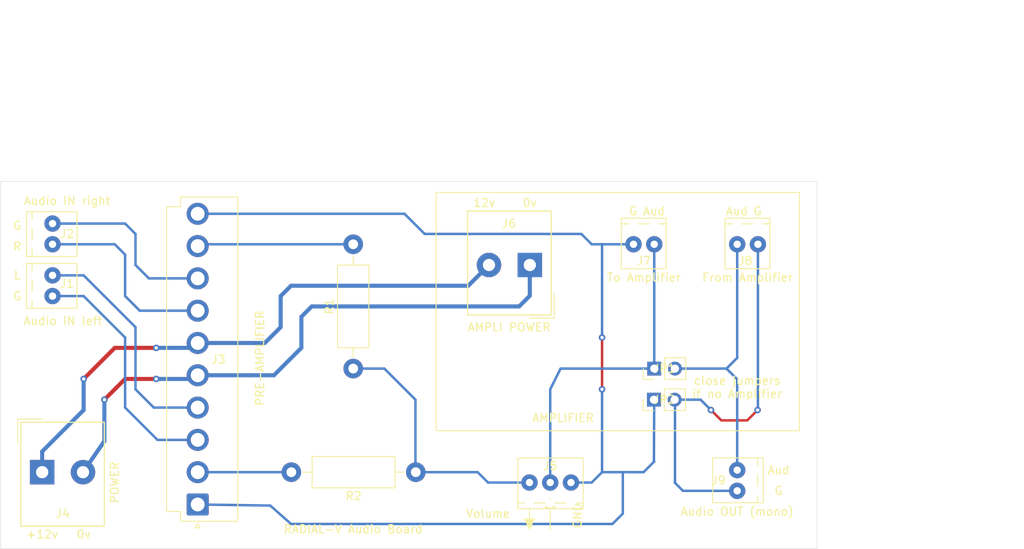
<source format=kicad_pcb>
(kicad_pcb (version 20171130) (host pcbnew "(5.1.5)-3")

  (general
    (thickness 1.6)
    (drawings 35)
    (tracks 104)
    (zones 0)
    (modules 15)
    (nets 14)
  )

  (page A4)
  (title_block
    (title "RADIAL-V : Audio Board")
    (date 2020-01-26)
    (rev 1)
    (company David)
  )

  (layers
    (0 F.Cu signal)
    (31 B.Cu signal)
    (32 B.Adhes user)
    (33 F.Adhes user)
    (34 B.Paste user)
    (35 F.Paste user)
    (36 B.SilkS user)
    (37 F.SilkS user)
    (38 B.Mask user)
    (39 F.Mask user)
    (40 Dwgs.User user)
    (41 Cmts.User user)
    (42 Eco1.User user)
    (43 Eco2.User user)
    (44 Edge.Cuts user)
    (45 Margin user)
    (46 B.CrtYd user)
    (47 F.CrtYd user)
    (48 B.Fab user)
    (49 F.Fab user hide)
  )

  (setup
    (last_trace_width 0.3)
    (trace_clearance 0.5)
    (zone_clearance 0.508)
    (zone_45_only no)
    (trace_min 0.2)
    (via_size 0.8)
    (via_drill 0.4)
    (via_min_size 0.4)
    (via_min_drill 0.3)
    (uvia_size 0.3)
    (uvia_drill 0.1)
    (uvias_allowed no)
    (uvia_min_size 0.2)
    (uvia_min_drill 0.1)
    (edge_width 0.05)
    (segment_width 0.2)
    (pcb_text_width 0.3)
    (pcb_text_size 1.5 1.5)
    (mod_edge_width 0.12)
    (mod_text_size 1 1)
    (mod_text_width 0.15)
    (pad_size 1.524 1.524)
    (pad_drill 0.762)
    (pad_to_mask_clearance 0.051)
    (solder_mask_min_width 0.25)
    (aux_axis_origin 0 0)
    (visible_elements 7FFFFFFF)
    (pcbplotparams
      (layerselection 0x010fc_ffffffff)
      (usegerberextensions false)
      (usegerberattributes false)
      (usegerberadvancedattributes false)
      (creategerberjobfile false)
      (excludeedgelayer true)
      (linewidth 0.100000)
      (plotframeref false)
      (viasonmask false)
      (mode 1)
      (useauxorigin false)
      (hpglpennumber 1)
      (hpglpenspeed 20)
      (hpglpendiameter 15.000000)
      (psnegative false)
      (psa4output false)
      (plotreference true)
      (plotvalue true)
      (plotinvisibletext false)
      (padsonsilk false)
      (subtractmaskfromsilk false)
      (outputformat 1)
      (mirror false)
      (drillshape 1)
      (scaleselection 1)
      (outputdirectory ""))
  )

  (net 0 "")
  (net 1 /GND_IN_L)
  (net 2 /IN_LEFT)
  (net 3 /GND_IN_R)
  (net 4 /IN_RIGHT)
  (net 5 /GND_MONO)
  (net 6 /OUT_RIGHT)
  (net 7 /VDD)
  (net 8 /GND)
  (net 9 /OUT_LEFT)
  (net 10 /MONO)
  (net 11 "Net-(J5-Pad2)")
  (net 12 /MONO_OUT)
  (net 13 /GND_OUT)

  (net_class Default "Ceci est la Netclass par défaut."
    (clearance 0.5)
    (trace_width 0.3)
    (via_dia 0.8)
    (via_drill 0.4)
    (uvia_dia 0.3)
    (uvia_drill 0.1)
    (add_net /GND_IN_L)
    (add_net /GND_IN_R)
    (add_net /GND_MONO)
    (add_net /GND_OUT)
    (add_net /IN_LEFT)
    (add_net /IN_RIGHT)
    (add_net /MONO)
    (add_net /MONO_OUT)
    (add_net /OUT_LEFT)
    (add_net /OUT_RIGHT)
    (add_net "Net-(J5-Pad2)")
  )

  (net_class Power ""
    (clearance 0.5)
    (trace_width 0.5)
    (via_dia 0.8)
    (via_drill 0.4)
    (uvia_dia 0.3)
    (uvia_drill 0.1)
    (add_net /GND)
    (add_net /VDD)
  )

  (module MesModules:Bloc_de_jonction_CI-MPT_2.54mm_01x03 (layer F.Cu) (tedit 5E2D496F) (tstamp 5E2D553C)
    (at 149.86 121.92 180)
    (descr "Bloc de jonction C.I., section nominale: 0,5 mm², pas: 2,54 mm, 2 pôles, Raccordement vissé avec bague")
    (path /5E2C2293)
    (fp_text reference J5 (at 2.54 2.032) (layer F.SilkS)
      (effects (font (size 1 1) (thickness 0.15)))
    )
    (fp_text value Volume (at 1.3 3.8) (layer F.Fab)
      (effects (font (size 1 1) (thickness 0.15)))
    )
    (fp_text user %R (at 1.524 -4.064) (layer F.Fab)
      (effects (font (size 1 1) (thickness 0.15)))
    )
    (fp_text user %V (at 10.16 -3.81) (layer F.SilkS)
      (effects (font (size 1 1) (thickness 0.15)))
    )
    (fp_line (start -1.5 -3.2) (end 6.5 -3.2) (layer F.SilkS) (width 0.12))
    (fp_line (start -1.5 -2.5) (end 6.5 -2.5) (layer F.SilkS) (width 0.12))
    (fp_line (start -1.5 3) (end -1.5 -3.2) (layer F.Fab) (width 0.12))
    (fp_line (start 6.5 3) (end -1.5 3) (layer F.Fab) (width 0.12))
    (fp_line (start 6.5 -3.2) (end 6.5 3) (layer F.Fab) (width 0.12))
    (fp_line (start -1.5 -3.2) (end 6.5 -3.2) (layer F.Fab) (width 0.12))
    (fp_line (start -1.5 3) (end -1.5 -3.2) (layer F.CrtYd) (width 0.12))
    (fp_line (start 6.5 3) (end -1.5 3) (layer F.CrtYd) (width 0.12))
    (fp_line (start 6.5 -3.2) (end 6.5 3) (layer F.CrtYd) (width 0.12))
    (fp_line (start -1.5 -3.2) (end 6.5 -3.2) (layer F.CrtYd) (width 0.12))
    (fp_line (start -1.5 3) (end 6.5 3) (layer F.SilkS) (width 0.12))
    (fp_line (start 6.5 3) (end 6.5 -3.2) (layer F.SilkS) (width 0.12))
    (fp_line (start -1.5 -3.2) (end -1.5 3) (layer F.SilkS) (width 0.12))
    (pad "" np_thru_hole circle (at 5.08 -2.54 180) (size 1.1 1.1) (drill 1.1) (layers *.Cu *.Mask))
    (pad 3 thru_hole circle (at 5.08 0 180) (size 2 2) (drill 0.9) (layers *.Cu *.Mask)
      (net 10 /MONO))
    (pad "" np_thru_hole circle (at 2.54 -2.54 180) (size 1.1 1.1) (drill 1.1) (layers *.Cu *.Mask))
    (pad "" np_thru_hole circle (at 0 -2.54 180) (size 1.1 1.1) (drill 1.1) (layers *.Cu *.Mask))
    (pad 2 thru_hole circle (at 2.54 0 180) (size 2 2) (drill 0.9) (layers *.Cu *.Mask)
      (net 11 "Net-(J5-Pad2)"))
    (pad 1 thru_hole circle (at 0 0 180) (size 2 2) (drill 0.9) (layers *.Cu *.Mask)
      (net 5 /GND_MONO))
    (model "D:/My Projects/Programmes/Kicad-Library/packages3d/MesModules.3dshapes/pxc_1725669_05_MPT-0-5-3-2-54_3D.stp"
      (offset (xyz -1.5 3 0))
      (scale (xyz 1 1 1))
      (rotate (xyz -90 0 90))
    )
  )

  (module MountingHole:MountingHole_3.2mm_M3 (layer F.Cu) (tedit 56D1B4CB) (tstamp 5E2DA020)
    (at 140 110)
    (descr "Mounting Hole 3.2mm, no annular, M3")
    (tags "mounting hole 3.2mm no annular m3")
    (path /5E2D8A0D)
    (attr virtual)
    (fp_text reference H2 (at 0 -0.78) (layer F.SilkS)
      (effects (font (size 1 1) (thickness 0.15)))
    )
    (fp_text value MountingHole (at 0 4.2) (layer F.Fab)
      (effects (font (size 1 1) (thickness 0.15)))
    )
    (fp_circle (center 0 0) (end 3.45 0) (layer F.CrtYd) (width 0.05))
    (fp_circle (center 0 0) (end 3.2 0) (layer Cmts.User) (width 0.15))
    (fp_text user %R (at 0.3 0) (layer F.Fab)
      (effects (font (size 1 1) (thickness 0.15)))
    )
    (pad 1 np_thru_hole circle (at 0 0) (size 3.2 3.2) (drill 3.2) (layers *.Cu *.Mask))
  )

  (module MountingHole:MountingHole_3.2mm_M3 (layer F.Cu) (tedit 56D1B4CB) (tstamp 5E2DA018)
    (at 85 110)
    (descr "Mounting Hole 3.2mm, no annular, M3")
    (tags "mounting hole 3.2mm no annular m3")
    (path /5E2D8C12)
    (attr virtual)
    (fp_text reference H1 (at 0 0) (layer F.SilkS)
      (effects (font (size 1 1) (thickness 0.15)))
    )
    (fp_text value MountingHole (at 0 4.2) (layer F.Fab)
      (effects (font (size 1 1) (thickness 0.15)))
    )
    (fp_circle (center 0 0) (end 3.45 0) (layer F.CrtYd) (width 0.05))
    (fp_circle (center 0 0) (end 3.2 0) (layer Cmts.User) (width 0.15))
    (fp_text user %R (at 0.3 0) (layer F.Fab)
      (effects (font (size 1 1) (thickness 0.15)))
    )
    (pad 1 np_thru_hole circle (at 0 0) (size 3.2 3.2) (drill 3.2) (layers *.Cu *.Mask))
  )

  (module MesModules:Bloc_de_jonction_CI-MPT_2.54mm_01x02 (layer F.Cu) (tedit 5E2CCC6F) (tstamp 5E2C7317)
    (at 170.22 120.396 270)
    (descr "Bloc de jonction C.I., section nominale: 0,5 mm², pas: 2,54 mm, 2 pôles, Raccordement vissé avec bague")
    (path /5E2C053A)
    (fp_text reference J9 (at 1.27 2.286 180) (layer F.SilkS)
      (effects (font (size 1 1) (thickness 0.15)))
    )
    (fp_text value "Audio OUT (mono)" (at 1.3 3.8 90) (layer F.Fab)
      (effects (font (size 1 1) (thickness 0.15)))
    )
    (fp_text user %R (at 1.524 -4.064 90) (layer F.Fab)
      (effects (font (size 1 1) (thickness 0.15)))
    )
    (fp_text user %V (at 5.08 0 180) (layer F.SilkS)
      (effects (font (size 1 1) (thickness 0.15)))
    )
    (fp_line (start 4 -3.2) (end 4 -3) (layer F.SilkS) (width 0.12))
    (fp_line (start -1.5 -3.2) (end 4 -3.2) (layer F.SilkS) (width 0.12))
    (fp_line (start -1.5 -3) (end -1.5 -3.2) (layer F.SilkS) (width 0.12))
    (fp_line (start -1.5 -2.5) (end 4 -2.5) (layer F.SilkS) (width 0.12))
    (fp_line (start -1.5 3) (end -1.5 -3.2) (layer F.Fab) (width 0.12))
    (fp_line (start 4 3) (end -1.5 3) (layer F.Fab) (width 0.12))
    (fp_line (start 4 -3.2) (end 4 3) (layer F.Fab) (width 0.12))
    (fp_line (start -1.5 -3.2) (end 4 -3.2) (layer F.Fab) (width 0.12))
    (fp_line (start -1.5 3) (end -1.5 -3.2) (layer F.CrtYd) (width 0.12))
    (fp_line (start 4 3) (end -1.5 3) (layer F.CrtYd) (width 0.12))
    (fp_line (start 4 -3.2) (end 4 3) (layer F.CrtYd) (width 0.12))
    (fp_line (start -1.5 -3.2) (end 4 -3.2) (layer F.CrtYd) (width 0.12))
    (fp_line (start 4 3) (end 4 2) (layer F.SilkS) (width 0.12))
    (fp_line (start -1.5 3) (end 4 3) (layer F.SilkS) (width 0.12))
    (fp_line (start -1.5 2) (end -1.5 3) (layer F.SilkS) (width 0.12))
    (fp_line (start 4 -3) (end 4 -2) (layer F.SilkS) (width 0.12))
    (fp_line (start -1.5 -2) (end -1.5 -3) (layer F.SilkS) (width 0.12))
    (fp_line (start -1.5 -2) (end -1.5 0) (layer F.SilkS) (width 0.12))
    (fp_line (start 4 2) (end 4 -2) (layer F.SilkS) (width 0.12))
    (fp_line (start -1.5 0) (end -1.5 2) (layer F.SilkS) (width 0.12))
    (pad "" np_thru_hole circle (at 2.54 -2.54 270) (size 1.1 1.1) (drill 1.1) (layers *.Cu *.Mask))
    (pad "" np_thru_hole circle (at 0 -2.54 270) (size 1.1 1.1) (drill 1.1) (layers *.Cu *.Mask))
    (pad 2 thru_hole circle (at 2.54 0 270) (size 2 2) (drill 0.9) (layers *.Cu *.Mask)
      (net 13 /GND_OUT))
    (pad 1 thru_hole circle (at 0 0 270) (size 2 2) (drill 0.9) (layers *.Cu *.Mask)
      (net 12 /MONO_OUT))
    (model "D:/My Projects/Programmes/Kicad-Library/packages3d/MesModules.3dshapes/Bloc_de_Jonction_05_MPT-0-5-2-2-54_3D.stp"
      (offset (xyz -1.5 3.1 0))
      (scale (xyz 1 1 1))
      (rotate (xyz -90 0 90))
    )
  )

  (module MesModules:Bloc_de_jonction_CI-MPT_2.54mm_01x02 (layer F.Cu) (tedit 5E2CCC6F) (tstamp 5E2D52DA)
    (at 170.22 92.71)
    (descr "Bloc de jonction C.I., section nominale: 0,5 mm², pas: 2,54 mm, 2 pôles, Raccordement vissé avec bague")
    (path /5E2C1A78)
    (fp_text reference J8 (at 1.016 2.032) (layer F.SilkS)
      (effects (font (size 1 1) (thickness 0.15)))
    )
    (fp_text value "From Amplifier" (at 1.3 3.8) (layer F.Fab)
      (effects (font (size 1 1) (thickness 0.15)))
    )
    (fp_text user %R (at 1.524 -4.064) (layer F.Fab)
      (effects (font (size 1 1) (thickness 0.15)))
    )
    (fp_text user %V (at 1.27 4.064) (layer F.SilkS)
      (effects (font (size 1 1) (thickness 0.15)))
    )
    (fp_line (start 4 -3.2) (end 4 -3) (layer F.SilkS) (width 0.12))
    (fp_line (start -1.5 -3.2) (end 4 -3.2) (layer F.SilkS) (width 0.12))
    (fp_line (start -1.5 -3) (end -1.5 -3.2) (layer F.SilkS) (width 0.12))
    (fp_line (start -1.5 -2.5) (end 4 -2.5) (layer F.SilkS) (width 0.12))
    (fp_line (start -1.5 3) (end -1.5 -3.2) (layer F.Fab) (width 0.12))
    (fp_line (start 4 3) (end -1.5 3) (layer F.Fab) (width 0.12))
    (fp_line (start 4 -3.2) (end 4 3) (layer F.Fab) (width 0.12))
    (fp_line (start -1.5 -3.2) (end 4 -3.2) (layer F.Fab) (width 0.12))
    (fp_line (start -1.5 3) (end -1.5 -3.2) (layer F.CrtYd) (width 0.12))
    (fp_line (start 4 3) (end -1.5 3) (layer F.CrtYd) (width 0.12))
    (fp_line (start 4 -3.2) (end 4 3) (layer F.CrtYd) (width 0.12))
    (fp_line (start -1.5 -3.2) (end 4 -3.2) (layer F.CrtYd) (width 0.12))
    (fp_line (start 4 3) (end 4 2) (layer F.SilkS) (width 0.12))
    (fp_line (start -1.5 3) (end 4 3) (layer F.SilkS) (width 0.12))
    (fp_line (start -1.5 2) (end -1.5 3) (layer F.SilkS) (width 0.12))
    (fp_line (start 4 -3) (end 4 -2) (layer F.SilkS) (width 0.12))
    (fp_line (start -1.5 -2) (end -1.5 -3) (layer F.SilkS) (width 0.12))
    (fp_line (start -1.5 -2) (end -1.5 0) (layer F.SilkS) (width 0.12))
    (fp_line (start 4 2) (end 4 -2) (layer F.SilkS) (width 0.12))
    (fp_line (start -1.5 0) (end -1.5 2) (layer F.SilkS) (width 0.12))
    (pad "" np_thru_hole circle (at 2.54 -2.54) (size 1.1 1.1) (drill 1.1) (layers *.Cu *.Mask))
    (pad "" np_thru_hole circle (at 0 -2.54) (size 1.1 1.1) (drill 1.1) (layers *.Cu *.Mask))
    (pad 2 thru_hole circle (at 2.54 0) (size 2 2) (drill 0.9) (layers *.Cu *.Mask)
      (net 13 /GND_OUT))
    (pad 1 thru_hole circle (at 0 0) (size 2 2) (drill 0.9) (layers *.Cu *.Mask)
      (net 12 /MONO_OUT))
    (model "D:/My Projects/Programmes/Kicad-Library/packages3d/MesModules.3dshapes/Bloc_de_Jonction_05_MPT-0-5-2-2-54_3D.stp"
      (offset (xyz -1.5 3.1 0))
      (scale (xyz 1 1 1))
      (rotate (xyz -90 0 90))
    )
  )

  (module MesModules:Bloc_de_jonction_CI-MPT_2.54mm_01x02 (layer F.Cu) (tedit 5E2CCC6F) (tstamp 5E2D5283)
    (at 157.52 92.71)
    (descr "Bloc de jonction C.I., section nominale: 0,5 mm², pas: 2,54 mm, 2 pôles, Raccordement vissé avec bague")
    (path /5E2C10EE)
    (fp_text reference J7 (at 1.27 2.032) (layer F.SilkS)
      (effects (font (size 1 1) (thickness 0.15)))
    )
    (fp_text value "To Amplifier" (at 1.3 3.8) (layer F.Fab)
      (effects (font (size 1 1) (thickness 0.15)))
    )
    (fp_text user %R (at 1.524 -4.064) (layer F.Fab)
      (effects (font (size 1 1) (thickness 0.15)))
    )
    (fp_text user %V (at 1.27 4.064) (layer F.SilkS)
      (effects (font (size 1 1) (thickness 0.15)))
    )
    (fp_line (start 4 -3.2) (end 4 -3) (layer F.SilkS) (width 0.12))
    (fp_line (start -1.5 -3.2) (end 4 -3.2) (layer F.SilkS) (width 0.12))
    (fp_line (start -1.5 -3) (end -1.5 -3.2) (layer F.SilkS) (width 0.12))
    (fp_line (start -1.5 -2.5) (end 4 -2.5) (layer F.SilkS) (width 0.12))
    (fp_line (start -1.5 3) (end -1.5 -3.2) (layer F.Fab) (width 0.12))
    (fp_line (start 4 3) (end -1.5 3) (layer F.Fab) (width 0.12))
    (fp_line (start 4 -3.2) (end 4 3) (layer F.Fab) (width 0.12))
    (fp_line (start -1.5 -3.2) (end 4 -3.2) (layer F.Fab) (width 0.12))
    (fp_line (start -1.5 3) (end -1.5 -3.2) (layer F.CrtYd) (width 0.12))
    (fp_line (start 4 3) (end -1.5 3) (layer F.CrtYd) (width 0.12))
    (fp_line (start 4 -3.2) (end 4 3) (layer F.CrtYd) (width 0.12))
    (fp_line (start -1.5 -3.2) (end 4 -3.2) (layer F.CrtYd) (width 0.12))
    (fp_line (start 4 3) (end 4 2) (layer F.SilkS) (width 0.12))
    (fp_line (start -1.5 3) (end 4 3) (layer F.SilkS) (width 0.12))
    (fp_line (start -1.5 2) (end -1.5 3) (layer F.SilkS) (width 0.12))
    (fp_line (start 4 -3) (end 4 -2) (layer F.SilkS) (width 0.12))
    (fp_line (start -1.5 -2) (end -1.5 -3) (layer F.SilkS) (width 0.12))
    (fp_line (start -1.5 -2) (end -1.5 0) (layer F.SilkS) (width 0.12))
    (fp_line (start 4 2) (end 4 -2) (layer F.SilkS) (width 0.12))
    (fp_line (start -1.5 0) (end -1.5 2) (layer F.SilkS) (width 0.12))
    (pad "" np_thru_hole circle (at 2.54 -2.54) (size 1.1 1.1) (drill 1.1) (layers *.Cu *.Mask))
    (pad "" np_thru_hole circle (at 0 -2.54) (size 1.1 1.1) (drill 1.1) (layers *.Cu *.Mask))
    (pad 2 thru_hole circle (at 2.54 0) (size 2 2) (drill 0.9) (layers *.Cu *.Mask)
      (net 11 "Net-(J5-Pad2)"))
    (pad 1 thru_hole circle (at 0 0) (size 2 2) (drill 0.9) (layers *.Cu *.Mask)
      (net 5 /GND_MONO))
    (model "D:/My Projects/Programmes/Kicad-Library/packages3d/MesModules.3dshapes/Bloc_de_Jonction_05_MPT-0-5-2-2-54_3D.stp"
      (offset (xyz -1.5 3.1 0))
      (scale (xyz 1 1 1))
      (rotate (xyz -90 0 90))
    )
  )

  (module MesModules:Bloc_de_jonction_CI-MPT_2.54mm_01x02 (layer F.Cu) (tedit 5E2CCC6F) (tstamp 5E2D4C5B)
    (at 86.36 92.71 90)
    (descr "Bloc de jonction C.I., section nominale: 0,5 mm², pas: 2,54 mm, 2 pôles, Raccordement vissé avec bague")
    (path /5E31D43A)
    (fp_text reference J2 (at 1.27 1.778 180) (layer F.SilkS)
      (effects (font (size 1 1) (thickness 0.15)))
    )
    (fp_text value "Audio IN right" (at 1.3 3.8 90) (layer F.Fab)
      (effects (font (size 1 1) (thickness 0.15)))
    )
    (fp_text user %R (at 1.524 -4.064 90) (layer F.Fab)
      (effects (font (size 1 1) (thickness 0.15)))
    )
    (fp_text user %V (at 5.334 1.778 180) (layer F.SilkS)
      (effects (font (size 1 1) (thickness 0.15)))
    )
    (fp_line (start 4 -3.2) (end 4 -3) (layer F.SilkS) (width 0.12))
    (fp_line (start -1.5 -3.2) (end 4 -3.2) (layer F.SilkS) (width 0.12))
    (fp_line (start -1.5 -3) (end -1.5 -3.2) (layer F.SilkS) (width 0.12))
    (fp_line (start -1.5 -2.5) (end 4 -2.5) (layer F.SilkS) (width 0.12))
    (fp_line (start -1.5 3) (end -1.5 -3.2) (layer F.Fab) (width 0.12))
    (fp_line (start 4 3) (end -1.5 3) (layer F.Fab) (width 0.12))
    (fp_line (start 4 -3.2) (end 4 3) (layer F.Fab) (width 0.12))
    (fp_line (start -1.5 -3.2) (end 4 -3.2) (layer F.Fab) (width 0.12))
    (fp_line (start -1.5 3) (end -1.5 -3.2) (layer F.CrtYd) (width 0.12))
    (fp_line (start 4 3) (end -1.5 3) (layer F.CrtYd) (width 0.12))
    (fp_line (start 4 -3.2) (end 4 3) (layer F.CrtYd) (width 0.12))
    (fp_line (start -1.5 -3.2) (end 4 -3.2) (layer F.CrtYd) (width 0.12))
    (fp_line (start 4 3) (end 4 2) (layer F.SilkS) (width 0.12))
    (fp_line (start -1.5 3) (end 4 3) (layer F.SilkS) (width 0.12))
    (fp_line (start -1.5 2) (end -1.5 3) (layer F.SilkS) (width 0.12))
    (fp_line (start 4 -3) (end 4 -2) (layer F.SilkS) (width 0.12))
    (fp_line (start -1.5 -2) (end -1.5 -3) (layer F.SilkS) (width 0.12))
    (fp_line (start -1.5 -2) (end -1.5 0) (layer F.SilkS) (width 0.12))
    (fp_line (start 4 2) (end 4 -2) (layer F.SilkS) (width 0.12))
    (fp_line (start -1.5 0) (end -1.5 2) (layer F.SilkS) (width 0.12))
    (pad "" np_thru_hole circle (at 2.54 -2.54 90) (size 1.1 1.1) (drill 1.1) (layers *.Cu *.Mask))
    (pad "" np_thru_hole circle (at 0 -2.54 90) (size 1.1 1.1) (drill 1.1) (layers *.Cu *.Mask))
    (pad 2 thru_hole circle (at 2.54 0 90) (size 2 2) (drill 0.9) (layers *.Cu *.Mask)
      (net 3 /GND_IN_R))
    (pad 1 thru_hole circle (at 0 0 90) (size 2 2) (drill 0.9) (layers *.Cu *.Mask)
      (net 4 /IN_RIGHT))
    (model "D:/My Projects/Programmes/Kicad-Library/packages3d/MesModules.3dshapes/Bloc_de_Jonction_05_MPT-0-5-2-2-54_3D.stp"
      (offset (xyz -1.5 3.1 0))
      (scale (xyz 1 1 1))
      (rotate (xyz -90 0 90))
    )
  )

  (module MesModules:Bloc_de_jonction_CI-MPT_2.54mm_01x02 (layer F.Cu) (tedit 5E2CCC6F) (tstamp 5E2D4CB2)
    (at 86.36 99.06 90)
    (descr "Bloc de jonction C.I., section nominale: 0,5 mm², pas: 2,54 mm, 2 pôles, Raccordement vissé avec bague")
    (path /5E31CB8C)
    (fp_text reference J1 (at 1.524 1.778 180) (layer F.SilkS)
      (effects (font (size 1 1) (thickness 0.15)))
    )
    (fp_text value "Audio IN left" (at 1.3 3.8 90) (layer F.Fab)
      (effects (font (size 1 1) (thickness 0.15)))
    )
    (fp_text user %R (at 1.524 -4.064 90) (layer F.Fab)
      (effects (font (size 1 1) (thickness 0.15)))
    )
    (fp_text user %V (at -3.048 1.27 180) (layer F.SilkS)
      (effects (font (size 1 1) (thickness 0.15)))
    )
    (fp_line (start 4 -3.2) (end 4 -3) (layer F.SilkS) (width 0.12))
    (fp_line (start -1.5 -3.2) (end 4 -3.2) (layer F.SilkS) (width 0.12))
    (fp_line (start -1.5 -3) (end -1.5 -3.2) (layer F.SilkS) (width 0.12))
    (fp_line (start -1.5 -2.5) (end 4 -2.5) (layer F.SilkS) (width 0.12))
    (fp_line (start -1.5 3) (end -1.5 -3.2) (layer F.Fab) (width 0.12))
    (fp_line (start 4 3) (end -1.5 3) (layer F.Fab) (width 0.12))
    (fp_line (start 4 -3.2) (end 4 3) (layer F.Fab) (width 0.12))
    (fp_line (start -1.5 -3.2) (end 4 -3.2) (layer F.Fab) (width 0.12))
    (fp_line (start -1.5 3) (end -1.5 -3.2) (layer F.CrtYd) (width 0.12))
    (fp_line (start 4 3) (end -1.5 3) (layer F.CrtYd) (width 0.12))
    (fp_line (start 4 -3.2) (end 4 3) (layer F.CrtYd) (width 0.12))
    (fp_line (start -1.5 -3.2) (end 4 -3.2) (layer F.CrtYd) (width 0.12))
    (fp_line (start 4 3) (end 4 2) (layer F.SilkS) (width 0.12))
    (fp_line (start -1.5 3) (end 4 3) (layer F.SilkS) (width 0.12))
    (fp_line (start -1.5 2) (end -1.5 3) (layer F.SilkS) (width 0.12))
    (fp_line (start 4 -3) (end 4 -2) (layer F.SilkS) (width 0.12))
    (fp_line (start -1.5 -2) (end -1.5 -3) (layer F.SilkS) (width 0.12))
    (fp_line (start -1.5 -2) (end -1.5 0) (layer F.SilkS) (width 0.12))
    (fp_line (start 4 2) (end 4 -2) (layer F.SilkS) (width 0.12))
    (fp_line (start -1.5 0) (end -1.5 2) (layer F.SilkS) (width 0.12))
    (pad "" np_thru_hole circle (at 2.54 -2.54 90) (size 1.1 1.1) (drill 1.1) (layers *.Cu *.Mask))
    (pad "" np_thru_hole circle (at 0 -2.54 90) (size 1.1 1.1) (drill 1.1) (layers *.Cu *.Mask))
    (pad 2 thru_hole circle (at 2.54 0 90) (size 2 2) (drill 0.9) (layers *.Cu *.Mask)
      (net 2 /IN_LEFT))
    (pad 1 thru_hole circle (at 0 0 90) (size 2 2) (drill 0.9) (layers *.Cu *.Mask)
      (net 1 /GND_IN_L))
    (model "D:/My Projects/Programmes/Kicad-Library/packages3d/MesModules.3dshapes/Bloc_de_Jonction_05_MPT-0-5-2-2-54_3D.stp"
      (offset (xyz -1.5 3.1 0))
      (scale (xyz 1 1 1))
      (rotate (xyz -90 0 90))
    )
  )

  (module Resistor_THT:R_Axial_DIN0411_L9.9mm_D3.6mm_P15.24mm_Horizontal (layer F.Cu) (tedit 5AE5139B) (tstamp 5E2C7371)
    (at 130.85 120.65 180)
    (descr "Resistor, Axial_DIN0411 series, Axial, Horizontal, pin pitch=15.24mm, 1W, length*diameter=9.9*3.6mm^2")
    (tags "Resistor Axial_DIN0411 series Axial Horizontal pin pitch 15.24mm 1W length 9.9mm diameter 3.6mm")
    (path /5E2D279A)
    (fp_text reference R2 (at 7.62 -2.92) (layer F.SilkS)
      (effects (font (size 1 1) (thickness 0.15)))
    )
    (fp_text value 10k (at 7.62 2.92) (layer F.Fab)
      (effects (font (size 1 1) (thickness 0.15)))
    )
    (fp_text user %R (at 7.62 0) (layer F.Fab)
      (effects (font (size 1 1) (thickness 0.15)))
    )
    (fp_line (start 16.69 -2.05) (end -1.45 -2.05) (layer F.CrtYd) (width 0.05))
    (fp_line (start 16.69 2.05) (end 16.69 -2.05) (layer F.CrtYd) (width 0.05))
    (fp_line (start -1.45 2.05) (end 16.69 2.05) (layer F.CrtYd) (width 0.05))
    (fp_line (start -1.45 -2.05) (end -1.45 2.05) (layer F.CrtYd) (width 0.05))
    (fp_line (start 13.8 0) (end 12.69 0) (layer F.SilkS) (width 0.12))
    (fp_line (start 1.44 0) (end 2.55 0) (layer F.SilkS) (width 0.12))
    (fp_line (start 12.69 -1.92) (end 2.55 -1.92) (layer F.SilkS) (width 0.12))
    (fp_line (start 12.69 1.92) (end 12.69 -1.92) (layer F.SilkS) (width 0.12))
    (fp_line (start 2.55 1.92) (end 12.69 1.92) (layer F.SilkS) (width 0.12))
    (fp_line (start 2.55 -1.92) (end 2.55 1.92) (layer F.SilkS) (width 0.12))
    (fp_line (start 15.24 0) (end 12.57 0) (layer F.Fab) (width 0.1))
    (fp_line (start 0 0) (end 2.67 0) (layer F.Fab) (width 0.1))
    (fp_line (start 12.57 -1.8) (end 2.67 -1.8) (layer F.Fab) (width 0.1))
    (fp_line (start 12.57 1.8) (end 12.57 -1.8) (layer F.Fab) (width 0.1))
    (fp_line (start 2.67 1.8) (end 12.57 1.8) (layer F.Fab) (width 0.1))
    (fp_line (start 2.67 -1.8) (end 2.67 1.8) (layer F.Fab) (width 0.1))
    (pad 2 thru_hole oval (at 15.24 0 180) (size 2.4 2.4) (drill 1.2) (layers *.Cu *.Mask)
      (net 9 /OUT_LEFT))
    (pad 1 thru_hole circle (at 0 0 180) (size 2.4 2.4) (drill 1.2) (layers *.Cu *.Mask)
      (net 10 /MONO))
    (model ${KISYS3DMOD}/Resistor_THT.3dshapes/R_Axial_DIN0411_L9.9mm_D3.6mm_P15.24mm_Horizontal.wrl
      (at (xyz 0 0 0))
      (scale (xyz 1 1 1))
      (rotate (xyz 0 0 0))
    )
  )

  (module Resistor_THT:R_Axial_DIN0411_L9.9mm_D3.6mm_P15.24mm_Horizontal (layer F.Cu) (tedit 5AE5139B) (tstamp 5E2C735A)
    (at 123.19 107.95 90)
    (descr "Resistor, Axial_DIN0411 series, Axial, Horizontal, pin pitch=15.24mm, 1W, length*diameter=9.9*3.6mm^2")
    (tags "Resistor Axial_DIN0411 series Axial Horizontal pin pitch 15.24mm 1W length 9.9mm diameter 3.6mm")
    (path /5E2D21B0)
    (fp_text reference R1 (at 7.62 -2.92 90) (layer F.SilkS)
      (effects (font (size 1 1) (thickness 0.15)))
    )
    (fp_text value 10k (at 7.62 2.92 90) (layer F.Fab)
      (effects (font (size 1 1) (thickness 0.15)))
    )
    (fp_text user %R (at 7.62 0 90) (layer F.Fab)
      (effects (font (size 1 1) (thickness 0.15)))
    )
    (fp_line (start 16.69 -2.05) (end -1.45 -2.05) (layer F.CrtYd) (width 0.05))
    (fp_line (start 16.69 2.05) (end 16.69 -2.05) (layer F.CrtYd) (width 0.05))
    (fp_line (start -1.45 2.05) (end 16.69 2.05) (layer F.CrtYd) (width 0.05))
    (fp_line (start -1.45 -2.05) (end -1.45 2.05) (layer F.CrtYd) (width 0.05))
    (fp_line (start 13.8 0) (end 12.69 0) (layer F.SilkS) (width 0.12))
    (fp_line (start 1.44 0) (end 2.55 0) (layer F.SilkS) (width 0.12))
    (fp_line (start 12.69 -1.92) (end 2.55 -1.92) (layer F.SilkS) (width 0.12))
    (fp_line (start 12.69 1.92) (end 12.69 -1.92) (layer F.SilkS) (width 0.12))
    (fp_line (start 2.55 1.92) (end 12.69 1.92) (layer F.SilkS) (width 0.12))
    (fp_line (start 2.55 -1.92) (end 2.55 1.92) (layer F.SilkS) (width 0.12))
    (fp_line (start 15.24 0) (end 12.57 0) (layer F.Fab) (width 0.1))
    (fp_line (start 0 0) (end 2.67 0) (layer F.Fab) (width 0.1))
    (fp_line (start 12.57 -1.8) (end 2.67 -1.8) (layer F.Fab) (width 0.1))
    (fp_line (start 12.57 1.8) (end 12.57 -1.8) (layer F.Fab) (width 0.1))
    (fp_line (start 2.67 1.8) (end 12.57 1.8) (layer F.Fab) (width 0.1))
    (fp_line (start 2.67 -1.8) (end 2.67 1.8) (layer F.Fab) (width 0.1))
    (pad 2 thru_hole oval (at 15.24 0 90) (size 2.4 2.4) (drill 1.2) (layers *.Cu *.Mask)
      (net 6 /OUT_RIGHT))
    (pad 1 thru_hole circle (at 0 0 90) (size 2.4 2.4) (drill 1.2) (layers *.Cu *.Mask)
      (net 10 /MONO))
    (model ${KISYS3DMOD}/Resistor_THT.3dshapes/R_Axial_DIN0411_L9.9mm_D3.6mm_P15.24mm_Horizontal.wrl
      (at (xyz 0 0 0))
      (scale (xyz 1 1 1))
      (rotate (xyz 0 0 0))
    )
  )

  (module Connector_JST:JST_VH_B10P-VH-B_1x10_P3.96mm_Vertical (layer F.Cu) (tedit 5D12549C) (tstamp 5E2C7250)
    (at 104.14 124.61 90)
    (descr "JST VH PBT series connector, B10P-VH-B (http://www.jst-mfg.com/product/pdf/eng/eVH.pdf), generated with kicad-footprint-generator")
    (tags "connector JST VH vertical")
    (path /5E2B90E2)
    (fp_text reference J3 (at 17.78 2.54 180) (layer F.SilkS)
      (effects (font (size 1 1) (thickness 0.15)))
    )
    (fp_text value "Slot PreAmplifier" (at 17.82 6 90) (layer F.Fab)
      (effects (font (size 1 1) (thickness 0.15)))
    )
    (fp_text user %R (at 17.82 2.54 180) (layer F.Fab)
      (effects (font (size 1 1) (thickness 0.15)))
    )
    (fp_line (start -2.86 -0.3) (end -2.26 0) (layer F.SilkS) (width 0.12))
    (fp_line (start -2.86 0.3) (end -2.86 -0.3) (layer F.SilkS) (width 0.12))
    (fp_line (start -2.26 0) (end -2.86 0.3) (layer F.SilkS) (width 0.12))
    (fp_line (start 37.7 4.91) (end -2.06 4.91) (layer F.SilkS) (width 0.12))
    (fp_line (start 37.7 -2.11) (end 37.7 4.91) (layer F.SilkS) (width 0.12))
    (fp_line (start 36.5 -2.11) (end 37.7 -2.11) (layer F.SilkS) (width 0.12))
    (fp_line (start 36.5 -3.81) (end 36.5 -2.11) (layer F.SilkS) (width 0.12))
    (fp_line (start -0.86 -3.81) (end 36.5 -3.81) (layer F.SilkS) (width 0.12))
    (fp_line (start -0.86 -2.11) (end -0.86 -3.81) (layer F.SilkS) (width 0.12))
    (fp_line (start -2.06 -2.11) (end -0.86 -2.11) (layer F.SilkS) (width 0.12))
    (fp_line (start -2.06 4.91) (end -2.06 -2.11) (layer F.SilkS) (width 0.12))
    (fp_line (start 38.09 -4.2) (end -2.45 -4.2) (layer F.CrtYd) (width 0.05))
    (fp_line (start 38.09 5.3) (end 38.09 -4.2) (layer F.CrtYd) (width 0.05))
    (fp_line (start -2.45 5.3) (end 38.09 5.3) (layer F.CrtYd) (width 0.05))
    (fp_line (start -2.45 -4.2) (end -2.45 5.3) (layer F.CrtYd) (width 0.05))
    (fp_line (start -1.95 1) (end -0.95 0) (layer F.Fab) (width 0.1))
    (fp_line (start -1.95 -1) (end -0.95 0) (layer F.Fab) (width 0.1))
    (fp_line (start 36.39 -3.7) (end 36.39 -2) (layer F.Fab) (width 0.1))
    (fp_line (start -0.75 -3.7) (end 36.39 -3.7) (layer F.Fab) (width 0.1))
    (fp_line (start -0.75 -2) (end -0.75 -3.7) (layer F.Fab) (width 0.1))
    (fp_line (start 37.59 -2) (end -1.95 -2) (layer F.Fab) (width 0.1))
    (fp_line (start 37.59 4.8) (end 37.59 -2) (layer F.Fab) (width 0.1))
    (fp_line (start -1.95 4.8) (end 37.59 4.8) (layer F.Fab) (width 0.1))
    (fp_line (start -1.95 -2) (end -1.95 4.8) (layer F.Fab) (width 0.1))
    (pad 10 thru_hole circle (at 35.64 0 90) (size 2.7 2.7) (drill 1.7) (layers *.Cu *.Mask)
      (net 5 /GND_MONO))
    (pad 9 thru_hole circle (at 31.68 0 90) (size 2.7 2.7) (drill 1.7) (layers *.Cu *.Mask)
      (net 6 /OUT_RIGHT))
    (pad 8 thru_hole circle (at 27.72 0 90) (size 2.7 2.7) (drill 1.7) (layers *.Cu *.Mask)
      (net 3 /GND_IN_R))
    (pad 7 thru_hole circle (at 23.76 0 90) (size 2.7 2.7) (drill 1.7) (layers *.Cu *.Mask)
      (net 4 /IN_RIGHT))
    (pad 6 thru_hole circle (at 19.8 0 90) (size 2.7 2.7) (drill 1.7) (layers *.Cu *.Mask)
      (net 7 /VDD))
    (pad 5 thru_hole circle (at 15.84 0 90) (size 2.7 2.7) (drill 1.7) (layers *.Cu *.Mask)
      (net 8 /GND))
    (pad 4 thru_hole circle (at 11.88 0 90) (size 2.7 2.7) (drill 1.7) (layers *.Cu *.Mask)
      (net 2 /IN_LEFT))
    (pad 3 thru_hole circle (at 7.92 0 90) (size 2.7 2.7) (drill 1.7) (layers *.Cu *.Mask)
      (net 1 /GND_IN_L))
    (pad 2 thru_hole circle (at 3.96 0 90) (size 2.7 2.7) (drill 1.7) (layers *.Cu *.Mask)
      (net 9 /OUT_LEFT))
    (pad 1 thru_hole roundrect (at 0 0 90) (size 2.7 2.7) (drill 1.7) (layers *.Cu *.Mask) (roundrect_rratio 0.09259299999999999)
      (net 5 /GND_MONO))
    (model ${KISYS3DMOD}/Connector_JST.3dshapes/JST_VH_B10P-VH-B_1x10_P3.96mm_Vertical.wrl
      (at (xyz 0 0 0))
      (scale (xyz 1 1 1))
      (rotate (xyz 0 0 0))
    )
  )

  (module TerminalBlock_Altech:Altech_AK300_1x02_P5.00mm_45-Degree (layer F.Cu) (tedit 5C27907F) (tstamp 5E2D532D)
    (at 144.82 95.25 180)
    (descr "Altech AK300 serie terminal block (Script generated with StandardBox.py) (http://www.altechcorp.com/PDFS/PCBMETRC.PDF)")
    (tags "Altech AK300 serie connector")
    (path /5E2E0C5B)
    (fp_text reference J6 (at 2.54 5.08) (layer F.SilkS)
      (effects (font (size 1 1) (thickness 0.15)))
    )
    (fp_text value "Alim Ampli" (at 2.5 7.5) (layer F.Fab)
      (effects (font (size 1 1) (thickness 0.15)))
    )
    (fp_text user %R (at 2.5 5.08) (layer F.Fab)
      (effects (font (size 1 1) (thickness 0.15)))
    )
    (fp_line (start -2.75 -6.25) (end -2.75 6.75) (layer F.CrtYd) (width 0.05))
    (fp_line (start -2.75 6.75) (end 7.75 6.75) (layer F.CrtYd) (width 0.05))
    (fp_line (start 7.75 -6.25) (end 7.75 6.75) (layer F.CrtYd) (width 0.05))
    (fp_line (start -2.75 -6.25) (end 7.75 -6.25) (layer F.CrtYd) (width 0.05))
    (fp_line (start -2.62 -6.12) (end -2.62 6.62) (layer F.SilkS) (width 0.12))
    (fp_line (start -2.62 6.62) (end 7.62 6.62) (layer F.SilkS) (width 0.12))
    (fp_line (start 7.62 -6.12) (end 7.62 6.62) (layer F.SilkS) (width 0.12))
    (fp_line (start -2.62 -6.12) (end 7.62 -6.12) (layer F.SilkS) (width 0.12))
    (fp_line (start -2.62 -6.12) (end -2.62 6.62) (layer F.SilkS) (width 0.12))
    (fp_line (start -2.62 6.62) (end 7.62 6.62) (layer F.SilkS) (width 0.12))
    (fp_line (start 7.62 -6.12) (end 7.62 6.62) (layer F.SilkS) (width 0.12))
    (fp_line (start -2.62 -6.12) (end 7.62 -6.12) (layer F.SilkS) (width 0.12))
    (fp_line (start -3 -6.5) (end 0 -6.5) (layer F.SilkS) (width 0.12))
    (fp_line (start -3 -3.5) (end -3 -6.5) (layer F.SilkS) (width 0.12))
    (fp_line (start -2.5 -5.5) (end -2 -6) (layer F.Fab) (width 0.1))
    (fp_line (start -2.5 6.5) (end -2.5 -5.5) (layer F.Fab) (width 0.1))
    (fp_line (start 7.5 6.5) (end -2.5 6.5) (layer F.Fab) (width 0.1))
    (fp_line (start 7.5 -6) (end 7.5 6.5) (layer F.Fab) (width 0.1))
    (fp_line (start -2 -6) (end 7.5 -6) (layer F.Fab) (width 0.1))
    (pad 2 thru_hole circle (at 5 0 180) (size 3 3) (drill 1.5) (layers *.Cu *.Mask)
      (net 7 /VDD))
    (pad 1 thru_hole rect (at 0 0 180) (size 3 3) (drill 1.5) (layers *.Cu *.Mask)
      (net 8 /GND))
    (model ${KISYS3DMOD}/TerminalBlock_Altech.3dshapes/Altech_AK300_1x02_P5.00mm_45-Degree.wrl
      (at (xyz 0 0 0))
      (scale (xyz 1 1 1))
      (rotate (xyz 0 0 0))
    )
  )

  (module TerminalBlock_Altech:Altech_AK300_1x02_P5.00mm_45-Degree (layer F.Cu) (tedit 5C27907F) (tstamp 5E2DA975)
    (at 85.09 120.65)
    (descr "Altech AK300 serie terminal block (Script generated with StandardBox.py) (http://www.altechcorp.com/PDFS/PCBMETRC.PDF)")
    (tags "Altech AK300 serie connector")
    (path /5E2B8772)
    (fp_text reference J4 (at 2.54 5.08) (layer F.SilkS)
      (effects (font (size 1 1) (thickness 0.15)))
    )
    (fp_text value "Power Supply" (at 2.5 7.5) (layer F.Fab)
      (effects (font (size 1 1) (thickness 0.15)))
    )
    (fp_text user %R (at 2.54 5.08) (layer F.Fab)
      (effects (font (size 1 1) (thickness 0.15)))
    )
    (fp_line (start -2.75 -6.25) (end -2.75 6.75) (layer F.CrtYd) (width 0.05))
    (fp_line (start -2.75 6.75) (end 7.75 6.75) (layer F.CrtYd) (width 0.05))
    (fp_line (start 7.75 -6.25) (end 7.75 6.75) (layer F.CrtYd) (width 0.05))
    (fp_line (start -2.75 -6.25) (end 7.75 -6.25) (layer F.CrtYd) (width 0.05))
    (fp_line (start -2.62 -6.12) (end -2.62 6.62) (layer F.SilkS) (width 0.12))
    (fp_line (start -2.62 6.62) (end 7.62 6.62) (layer F.SilkS) (width 0.12))
    (fp_line (start 7.62 -6.12) (end 7.62 6.62) (layer F.SilkS) (width 0.12))
    (fp_line (start -2.62 -6.12) (end 7.62 -6.12) (layer F.SilkS) (width 0.12))
    (fp_line (start -2.62 -6.12) (end -2.62 6.62) (layer F.SilkS) (width 0.12))
    (fp_line (start -2.62 6.62) (end 7.62 6.62) (layer F.SilkS) (width 0.12))
    (fp_line (start 7.62 -6.12) (end 7.62 6.62) (layer F.SilkS) (width 0.12))
    (fp_line (start -2.62 -6.12) (end 7.62 -6.12) (layer F.SilkS) (width 0.12))
    (fp_line (start -3 -6.5) (end 0 -6.5) (layer F.SilkS) (width 0.12))
    (fp_line (start -3 -3.5) (end -3 -6.5) (layer F.SilkS) (width 0.12))
    (fp_line (start -2.5 -5.5) (end -2 -6) (layer F.Fab) (width 0.1))
    (fp_line (start -2.5 6.5) (end -2.5 -5.5) (layer F.Fab) (width 0.1))
    (fp_line (start 7.5 6.5) (end -2.5 6.5) (layer F.Fab) (width 0.1))
    (fp_line (start 7.5 -6) (end 7.5 6.5) (layer F.Fab) (width 0.1))
    (fp_line (start -2 -6) (end 7.5 -6) (layer F.Fab) (width 0.1))
    (pad 2 thru_hole circle (at 5 0) (size 3 3) (drill 1.5) (layers *.Cu *.Mask)
      (net 8 /GND))
    (pad 1 thru_hole rect (at 0 0) (size 3 3) (drill 1.5) (layers *.Cu *.Mask)
      (net 7 /VDD))
    (model ${KISYS3DMOD}/TerminalBlock_Altech.3dshapes/Altech_AK300_1x02_P5.00mm_45-Degree.wrl
      (at (xyz 0 0 0))
      (scale (xyz 1 1 1))
      (rotate (xyz 0 0 0))
    )
  )

  (module Connector_PinHeader_2.54mm:PinHeader_1x02_P2.54mm_Vertical (layer F.Cu) (tedit 59FED5CC) (tstamp 5E2D5374)
    (at 160.02 111.76 90)
    (descr "Through hole straight pin header, 1x02, 2.54mm pitch, single row")
    (tags "Through hole pin header THT 1x02 2.54mm single row")
    (path /5E2D5EB4)
    (fp_text reference JP2 (at 0 1.27 180) (layer F.SilkS)
      (effects (font (size 1 1) (thickness 0.15)))
    )
    (fp_text value Jumper_NO (at 0 4.87 90) (layer F.Fab)
      (effects (font (size 1 1) (thickness 0.15)))
    )
    (fp_text user %R (at 0 1.27) (layer F.Fab)
      (effects (font (size 1 1) (thickness 0.15)))
    )
    (fp_line (start 1.8 -1.8) (end -1.8 -1.8) (layer F.CrtYd) (width 0.05))
    (fp_line (start 1.8 4.35) (end 1.8 -1.8) (layer F.CrtYd) (width 0.05))
    (fp_line (start -1.8 4.35) (end 1.8 4.35) (layer F.CrtYd) (width 0.05))
    (fp_line (start -1.8 -1.8) (end -1.8 4.35) (layer F.CrtYd) (width 0.05))
    (fp_line (start -1.33 -1.33) (end 0 -1.33) (layer F.SilkS) (width 0.12))
    (fp_line (start -1.33 0) (end -1.33 -1.33) (layer F.SilkS) (width 0.12))
    (fp_line (start -1.33 1.27) (end 1.33 1.27) (layer F.SilkS) (width 0.12))
    (fp_line (start 1.33 1.27) (end 1.33 3.87) (layer F.SilkS) (width 0.12))
    (fp_line (start -1.33 1.27) (end -1.33 3.87) (layer F.SilkS) (width 0.12))
    (fp_line (start -1.33 3.87) (end 1.33 3.87) (layer F.SilkS) (width 0.12))
    (fp_line (start -1.27 -0.635) (end -0.635 -1.27) (layer F.Fab) (width 0.1))
    (fp_line (start -1.27 3.81) (end -1.27 -0.635) (layer F.Fab) (width 0.1))
    (fp_line (start 1.27 3.81) (end -1.27 3.81) (layer F.Fab) (width 0.1))
    (fp_line (start 1.27 -1.27) (end 1.27 3.81) (layer F.Fab) (width 0.1))
    (fp_line (start -0.635 -1.27) (end 1.27 -1.27) (layer F.Fab) (width 0.1))
    (pad 2 thru_hole oval (at 0 2.54 90) (size 1.7 1.7) (drill 1) (layers *.Cu *.Mask)
      (net 13 /GND_OUT))
    (pad 1 thru_hole rect (at 0 0 90) (size 1.7 1.7) (drill 1) (layers *.Cu *.Mask)
      (net 5 /GND_MONO))
    (model ${KISYS3DMOD}/Connector_PinHeader_2.54mm.3dshapes/PinHeader_1x02_P2.54mm_Vertical.wrl
      (at (xyz 0 0 0))
      (scale (xyz 1 1 1))
      (rotate (xyz 0 0 0))
    )
  )

  (module Connector_PinHeader_2.54mm:PinHeader_1x02_P2.54mm_Vertical (layer F.Cu) (tedit 59FED5CC) (tstamp 5E2D53B3)
    (at 160.06 107.95 90)
    (descr "Through hole straight pin header, 1x02, 2.54mm pitch, single row")
    (tags "Through hole pin header THT 1x02 2.54mm single row")
    (path /5E2D5A8F)
    (fp_text reference JP1 (at 0 1.23 180) (layer F.SilkS)
      (effects (font (size 1 1) (thickness 0.15)))
    )
    (fp_text value Jumper_NO (at 0 4.87 90) (layer F.Fab)
      (effects (font (size 1 1) (thickness 0.15)))
    )
    (fp_text user %R (at 0 1.27) (layer F.Fab)
      (effects (font (size 1 1) (thickness 0.15)))
    )
    (fp_line (start 1.8 -1.8) (end -1.8 -1.8) (layer F.CrtYd) (width 0.05))
    (fp_line (start 1.8 4.35) (end 1.8 -1.8) (layer F.CrtYd) (width 0.05))
    (fp_line (start -1.8 4.35) (end 1.8 4.35) (layer F.CrtYd) (width 0.05))
    (fp_line (start -1.8 -1.8) (end -1.8 4.35) (layer F.CrtYd) (width 0.05))
    (fp_line (start -1.33 -1.33) (end 0 -1.33) (layer F.SilkS) (width 0.12))
    (fp_line (start -1.33 0) (end -1.33 -1.33) (layer F.SilkS) (width 0.12))
    (fp_line (start -1.33 1.27) (end 1.33 1.27) (layer F.SilkS) (width 0.12))
    (fp_line (start 1.33 1.27) (end 1.33 3.87) (layer F.SilkS) (width 0.12))
    (fp_line (start -1.33 1.27) (end -1.33 3.87) (layer F.SilkS) (width 0.12))
    (fp_line (start -1.33 3.87) (end 1.33 3.87) (layer F.SilkS) (width 0.12))
    (fp_line (start -1.27 -0.635) (end -0.635 -1.27) (layer F.Fab) (width 0.1))
    (fp_line (start -1.27 3.81) (end -1.27 -0.635) (layer F.Fab) (width 0.1))
    (fp_line (start 1.27 3.81) (end -1.27 3.81) (layer F.Fab) (width 0.1))
    (fp_line (start 1.27 -1.27) (end 1.27 3.81) (layer F.Fab) (width 0.1))
    (fp_line (start -0.635 -1.27) (end 1.27 -1.27) (layer F.Fab) (width 0.1))
    (pad 2 thru_hole oval (at 0 2.54 90) (size 1.7 1.7) (drill 1) (layers *.Cu *.Mask)
      (net 12 /MONO_OUT))
    (pad 1 thru_hole rect (at 0 0 90) (size 1.7 1.7) (drill 1) (layers *.Cu *.Mask)
      (net 11 "Net-(J5-Pad2)"))
    (model ${KISYS3DMOD}/Connector_PinHeader_2.54mm.3dshapes/PinHeader_1x02_P2.54mm_Vertical.wrl
      (at (xyz 0 0 0))
      (scale (xyz 1 1 1))
      (rotate (xyz 0 0 0))
    )
  )

  (gr_text "RADIAL-V Audio Board" (at 123.19 127.635) (layer F.SilkS)
    (effects (font (size 1 1) (thickness 0.15)))
  )
  (gr_text 0v (at 90.17 128.27) (layer F.SilkS)
    (effects (font (size 1 1) (thickness 0.15)))
  )
  (gr_text +12v (at 85.09 128.27) (layer F.SilkS)
    (effects (font (size 1 1) (thickness 0.15)))
  )
  (gr_line (start 80 85) (end 180 85) (layer Edge.Cuts) (width 0.05) (tstamp 5E2D5DF9))
  (gr_line (start 80 130) (end 80 85) (layer Edge.Cuts) (width 0.05))
  (gr_line (start 147.32 125.095) (end 147.32 127.635) (layer F.SilkS) (width 0.12))
  (gr_line (start 144.78 123.825) (end 144.78 126.365) (layer F.SilkS) (width 0.12))
  (gr_poly (pts (xy 147.955 125.095) (xy 146.685 125.095) (xy 147.32 123.825)) (layer F.SilkS) (width 0.1))
  (gr_poly (pts (xy 144.78 127.635) (xy 144.145 126.365) (xy 145.415 126.365)) (layer F.SilkS) (width 0.1))
  (gr_line (start 180 130) (end 80 130) (layer Edge.Cuts) (width 0.05) (tstamp 5E2D4D9A))
  (gr_line (start 180 85) (end 180 130) (layer Edge.Cuts) (width 0.05))
  (gr_text G (at 157.48 88.646) (layer F.SilkS) (tstamp 5E2D5264)
    (effects (font (size 1 1) (thickness 0.15)))
  )
  (gr_text G (at 175.3 122.936) (layer F.SilkS)
    (effects (font (size 1 1) (thickness 0.15)))
  )
  (gr_text Aud (at 175.3 120.396) (layer F.SilkS)
    (effects (font (size 1 1) (thickness 0.15)))
  )
  (gr_text AMPLIFIER (at 148.9 114) (layer F.SilkS) (tstamp 5E2D53F3)
    (effects (font (size 1 1) (thickness 0.15)))
  )
  (gr_line (start 133.35 115.57) (end 133.35 86.36) (layer F.SilkS) (width 0.12) (tstamp 5E2DA317))
  (gr_line (start 177.84 115.57) (end 133.35 115.57) (layer F.SilkS) (width 0.12) (tstamp 5E2D53F6))
  (gr_line (start 177.84 86.36) (end 177.84 115.57) (layer F.SilkS) (width 0.12) (tstamp 5E2D53F9))
  (gr_line (start 133.35 86.36) (end 177.84 86.36) (layer F.SilkS) (width 0.12) (tstamp 5E2D525E))
  (gr_text PRE-AMPLIFIER (at 111.76 106.68 90) (layer F.SilkS)
    (effects (font (size 1 1) (thickness 0.15)))
  )
  (gr_text POWER (at 93.98 121.92 90) (layer F.SilkS) (tstamp 5E2DA9A8)
    (effects (font (size 1 1) (thickness 0.15)))
  )
  (gr_text G (at 82.042 99.06) (layer F.SilkS) (tstamp 5E2D4CF6)
    (effects (font (size 1 1) (thickness 0.15)))
  )
  (gr_text L (at 82.042 96.52) (layer F.SilkS) (tstamp 5E2D4CF3)
    (effects (font (size 1 1) (thickness 0.15)))
  )
  (gr_text G (at 82.042 90.424) (layer F.SilkS) (tstamp 5E2D4CF0)
    (effects (font (size 1 1) (thickness 0.15)))
  )
  (gr_text R (at 82.042 92.964) (layer F.SilkS) (tstamp 5E2D4CED)
    (effects (font (size 1 1) (thickness 0.15)))
  )
  (gr_text "close jumpers\nif no Amplifier" (at 170.22 110.236) (layer F.SilkS) (tstamp 5E2D53F0)
    (effects (font (size 1 1) (thickness 0.15)))
  )
  (gr_text Aud (at 170.18 88.646) (layer F.SilkS) (tstamp 5E2D53ED)
    (effects (font (size 1 1) (thickness 0.15)))
  )
  (gr_text G (at 172.72 88.646) (layer F.SilkS) (tstamp 5E2D53EA)
    (effects (font (size 1 1) (thickness 0.15)))
  )
  (gr_text Aud (at 160.02 88.646) (layer F.SilkS) (tstamp 5E2D53E7)
    (effects (font (size 1 1) (thickness 0.15)))
  )
  (gr_text 0v (at 144.82 87.63) (layer F.SilkS) (tstamp 5E2D53E4)
    (effects (font (size 1 1) (thickness 0.15)))
  )
  (gr_text 12v (at 139.232 87.63) (layer F.SilkS) (tstamp 5E2D53E1)
    (effects (font (size 1 1) (thickness 0.15)))
  )
  (gr_text "AMPLI POWER" (at 142.28 102.87) (layer F.SilkS) (tstamp 5E2D53DE)
    (effects (font (size 1 1) (thickness 0.15)))
  )
  (gr_text GND (at 150.662 125.984 90) (layer F.SilkS) (tstamp 5E2D556D)
    (effects (font (size 1 1) (thickness 0.15)))
  )
  (dimension 45 (width 0.15) (layer Eco1.User)
    (gr_text "45,000 mm" (at 203.999999 107.5 270) (layer Eco1.User)
      (effects (font (size 1 1) (thickness 0.15)))
    )
    (feature1 (pts (xy 190 130) (xy 203.28642 130)))
    (feature2 (pts (xy 190 85) (xy 203.28642 85)))
    (crossbar (pts (xy 202.699999 85) (xy 202.699999 130)))
    (arrow1a (pts (xy 202.699999 130) (xy 202.113578 128.873496)))
    (arrow1b (pts (xy 202.699999 130) (xy 203.28642 128.873496)))
    (arrow2a (pts (xy 202.699999 85) (xy 202.113578 86.126504)))
    (arrow2b (pts (xy 202.699999 85) (xy 203.28642 86.126504)))
  )
  (dimension 100 (width 0.15) (layer Eco1.User)
    (gr_text "100,000 mm" (at 130 63.46) (layer Eco1.User)
      (effects (font (size 1 1) (thickness 0.15)))
    )
    (feature1 (pts (xy 180 80) (xy 180 64.173579)))
    (feature2 (pts (xy 80 80) (xy 80 64.173579)))
    (crossbar (pts (xy 80 64.76) (xy 180 64.76)))
    (arrow1a (pts (xy 180 64.76) (xy 178.873496 65.346421)))
    (arrow1b (pts (xy 180 64.76) (xy 178.873496 64.173579)))
    (arrow2a (pts (xy 80 64.76) (xy 81.126504 65.346421)))
    (arrow2b (pts (xy 80 64.76) (xy 81.126504 64.173579)))
  )

  (segment (start 99.21 116.69) (end 104.14 116.69) (width 0.3) (layer B.Cu) (net 1))
  (segment (start 95.25 112.73) (end 99.21 116.69) (width 0.3) (layer B.Cu) (net 1))
  (segment (start 95.25 104.14) (end 95.25 112.73) (width 0.3) (layer B.Cu) (net 1))
  (segment (start 86.36 99.06) (end 90.17 99.06) (width 0.3) (layer B.Cu) (net 1))
  (segment (start 90.17 99.06) (end 95.25 104.14) (width 0.3) (layer B.Cu) (net 1))
  (segment (start 90.17 96.52) (end 86.36 96.52) (width 0.3) (layer B.Cu) (net 2))
  (segment (start 96.52 102.87) (end 96.52 110.49) (width 0.3) (layer B.Cu) (net 2))
  (segment (start 96.52 102.87) (end 90.17 96.52) (width 0.3) (layer B.Cu) (net 2))
  (segment (start 98.76 112.73) (end 104.14 112.73) (width 0.3) (layer B.Cu) (net 2))
  (segment (start 96.52 110.49) (end 98.76 112.73) (width 0.3) (layer B.Cu) (net 2))
  (segment (start 96.52 91.44) (end 96.52 95.25) (width 0.3) (layer B.Cu) (net 3))
  (segment (start 95.25 90.17) (end 96.52 91.44) (width 0.3) (layer B.Cu) (net 3))
  (segment (start 86.36 90.17) (end 95.25 90.17) (width 0.3) (layer B.Cu) (net 3))
  (segment (start 98.16 96.89) (end 96.52 95.25) (width 0.3) (layer B.Cu) (net 3))
  (segment (start 104.14 96.89) (end 98.16 96.89) (width 0.3) (layer B.Cu) (net 3))
  (segment (start 95.25 93.98) (end 95.25 99.06) (width 0.3) (layer B.Cu) (net 4))
  (segment (start 86.36 92.71) (end 93.98 92.71) (width 0.3) (layer B.Cu) (net 4))
  (segment (start 93.98 92.71) (end 95.25 93.98) (width 0.3) (layer B.Cu) (net 4))
  (segment (start 97.04 100.85) (end 95.25 99.06) (width 0.3) (layer B.Cu) (net 4))
  (segment (start 104.14 100.85) (end 97.04 100.85) (width 0.3) (layer B.Cu) (net 4))
  (segment (start 104.14 88.97) (end 129.47 88.97) (width 0.3) (layer B.Cu) (net 5))
  (segment (start 129.47 88.97) (end 131.94 91.44) (width 0.3) (layer B.Cu) (net 5))
  (segment (start 152.4 92.71) (end 151.13 91.44) (width 0.3) (layer B.Cu) (net 5))
  (segment (start 151.13 91.44) (end 131.94 91.44) (width 0.3) (layer B.Cu) (net 5))
  (via (at 153.67 104.14) (size 0.8) (drill 0.4) (layers F.Cu B.Cu) (net 5))
  (segment (start 153.67 92.71) (end 153.67 104.14) (width 0.3) (layer B.Cu) (net 5))
  (segment (start 153.67 92.71) (end 152.4 92.71) (width 0.3) (layer B.Cu) (net 5))
  (segment (start 157.52 92.71) (end 153.67 92.71) (width 0.3) (layer B.Cu) (net 5))
  (via (at 153.67 110.49) (size 0.8) (drill 0.4) (layers F.Cu B.Cu) (net 5))
  (segment (start 153.67 104.14) (end 153.67 110.49) (width 0.3) (layer F.Cu) (net 5))
  (segment (start 160.02 119.38) (end 160.06 111.506) (width 0.3) (layer B.Cu) (net 5))
  (segment (start 153.67 110.49) (end 153.67 120.65) (width 0.3) (layer B.Cu) (net 5))
  (segment (start 113.03 124.742777) (end 115.57 127) (width 0.3) (layer B.Cu) (net 5))
  (segment (start 104.14 124.61) (end 113.03 124.742777) (width 0.3) (layer B.Cu) (net 5))
  (segment (start 149.86 121.92) (end 152.4 121.92) (width 0.3) (layer B.Cu) (net 5))
  (segment (start 152.4 121.92) (end 153.67 120.65) (width 0.3) (layer B.Cu) (net 5))
  (segment (start 158.75 120.65) (end 160.06 119.34) (width 0.3) (layer B.Cu) (net 5))
  (segment (start 153.67 120.65) (end 158.75 120.65) (width 0.3) (layer B.Cu) (net 5))
  (segment (start 154.94 127) (end 156.21 125.73) (width 0.3) (layer B.Cu) (net 5))
  (segment (start 115.57 127) (end 154.94 127) (width 0.3) (layer B.Cu) (net 5))
  (segment (start 156.21 125.73) (end 156.21 120.65) (width 0.3) (layer B.Cu) (net 5))
  (segment (start 104.36 92.71) (end 104.14 92.93) (width 0.3) (layer B.Cu) (net 6))
  (segment (start 123.19 92.71) (end 104.36 92.71) (width 0.3) (layer B.Cu) (net 6))
  (segment (start 104.14 104.81) (end 112.36 104.81) (width 0.5) (layer B.Cu) (net 7))
  (segment (start 112.36 104.81) (end 114.3 102.87) (width 0.5) (layer B.Cu) (net 7))
  (segment (start 114.3 102.87) (end 114.3 99.06) (width 0.5) (layer B.Cu) (net 7))
  (segment (start 114.3 99.06) (end 115.57 97.79) (width 0.5) (layer B.Cu) (net 7))
  (segment (start 137.28 97.79) (end 139.82 95.25) (width 0.5) (layer B.Cu) (net 7))
  (segment (start 115.57 97.79) (end 137.28 97.79) (width 0.5) (layer B.Cu) (net 7))
  (segment (start 99.06 105.41) (end 99.06 105.41) (width 0.5) (layer F.Cu) (net 7) (tstamp 5E2D5C7B))
  (via (at 99.06 105.41) (size 0.8) (drill 0.4) (layers F.Cu B.Cu) (net 7))
  (segment (start 103.54 105.41) (end 104.14 104.81) (width 0.5) (layer B.Cu) (net 7))
  (segment (start 99.06 105.41) (end 103.54 105.41) (width 0.5) (layer B.Cu) (net 7))
  (segment (start 90.17 109.22) (end 93.98 105.41) (width 0.5) (layer F.Cu) (net 7))
  (via (at 90.17 109.22) (size 0.8) (drill 0.4) (layers F.Cu B.Cu) (net 7))
  (segment (start 93.98 105.41) (end 99.06 105.41) (width 0.5) (layer F.Cu) (net 7))
  (segment (start 85.09 118.11) (end 85.09 120.65) (width 0.5) (layer B.Cu) (net 7) (tstamp 5E2DA957))
  (segment (start 90.17 113.03) (end 85.09 118.11) (width 0.5) (layer B.Cu) (net 7))
  (segment (start 90.17 109.22) (end 90.17 113.03) (width 0.5) (layer B.Cu) (net 7))
  (segment (start 144.82 99.02) (end 144.82 95.25) (width 0.5) (layer B.Cu) (net 8))
  (segment (start 143.51 100.33) (end 144.82 99.02) (width 0.5) (layer B.Cu) (net 8))
  (segment (start 113.48 108.77) (end 116.84 105.41) (width 0.5) (layer B.Cu) (net 8))
  (segment (start 116.84 105.41) (end 116.84 101.6) (width 0.5) (layer B.Cu) (net 8))
  (segment (start 116.84 101.6) (end 118.11 100.33) (width 0.5) (layer B.Cu) (net 8))
  (segment (start 104.14 108.77) (end 113.48 108.77) (width 0.5) (layer B.Cu) (net 8))
  (segment (start 118.11 100.33) (end 143.51 100.33) (width 0.5) (layer B.Cu) (net 8))
  (segment (start 103.69 109.22) (end 104.14 108.77) (width 0.5) (layer B.Cu) (net 8))
  (segment (start 99.06 109.22) (end 103.69 109.22) (width 0.5) (layer B.Cu) (net 8))
  (via (at 99.06 109.22) (size 0.8) (drill 0.4) (layers F.Cu B.Cu) (net 8))
  (via (at 92.71 111.76) (size 0.8) (drill 0.4) (layers F.Cu B.Cu) (net 8))
  (segment (start 95.25 109.22) (end 99.06 109.22) (width 0.5) (layer F.Cu) (net 8))
  (segment (start 92.71 111.76) (end 95.25 109.22) (width 0.5) (layer F.Cu) (net 8))
  (segment (start 92.71 116.84) (end 90.09 120.65) (width 0.5) (layer B.Cu) (net 8))
  (segment (start 92.71 111.76) (end 92.71 116.84) (width 0.5) (layer B.Cu) (net 8))
  (segment (start 104.14 120.65) (end 115.61 120.65) (width 0.3) (layer B.Cu) (net 9))
  (segment (start 130.81 120.61) (end 130.85 120.65) (width 0.3) (layer B.Cu) (net 10))
  (segment (start 130.81 111.76) (end 130.81 120.61) (width 0.3) (layer B.Cu) (net 10))
  (segment (start 127 107.95) (end 130.81 111.76) (width 0.3) (layer B.Cu) (net 10))
  (segment (start 123.19 107.95) (end 127 107.95) (width 0.3) (layer B.Cu) (net 10))
  (segment (start 144.78 121.92) (end 139.7 121.92) (width 0.3) (layer B.Cu) (net 10))
  (segment (start 139.7 121.92) (end 138.43 120.65) (width 0.3) (layer B.Cu) (net 10))
  (segment (start 130.85 120.65) (end 138.43 120.65) (width 0.3) (layer B.Cu) (net 10))
  (segment (start 160.06 92.71) (end 160.06 107.95) (width 0.3) (layer B.Cu) (net 11))
  (segment (start 147.32 110.49) (end 147.32 121.92) (width 0.3) (layer B.Cu) (net 11))
  (segment (start 160.06 107.95) (end 148.59 107.95) (width 0.3) (layer B.Cu) (net 11))
  (segment (start 148.59 107.95) (end 147.32 110.49) (width 0.3) (layer B.Cu) (net 11))
  (segment (start 164.056081 107.95) (end 168.91 107.95) (width 0.3) (layer B.Cu) (net 12))
  (segment (start 170.22 109.26) (end 170.22 120.396) (width 0.3) (layer B.Cu) (net 12))
  (segment (start 168.91 107.95) (end 170.22 109.26) (width 0.3) (layer B.Cu) (net 12))
  (segment (start 170.22 92.71) (end 170.22 106.64) (width 0.3) (layer B.Cu) (net 12))
  (segment (start 170.22 106.64) (end 168.91 107.95) (width 0.3) (layer B.Cu) (net 12))
  (segment (start 164.056081 107.95) (end 162.6 107.95) (width 0.3) (layer B.Cu) (net 12))
  (segment (start 162.6 111.506) (end 162.6 121.96) (width 0.3) (layer B.Cu) (net 13))
  (segment (start 163.576 122.936) (end 170.22 122.936) (width 0.3) (layer B.Cu) (net 13))
  (segment (start 162.6 121.96) (end 163.576 122.936) (width 0.3) (layer B.Cu) (net 13))
  (via (at 172.72 113.03) (size 0.8) (drill 0.4) (layers F.Cu B.Cu) (net 13))
  (segment (start 172.76 92.71) (end 172.76 112.99) (width 0.3) (layer B.Cu) (net 13))
  (segment (start 172.76 112.99) (end 172.72 113.03) (width 0.3) (layer B.Cu) (net 13))
  (segment (start 172.72 113.03) (end 171.45 114.3) (width 0.3) (layer F.Cu) (net 13))
  (via (at 167.005 113.03) (size 0.8) (drill 0.4) (layers F.Cu B.Cu) (net 13))
  (segment (start 171.45 114.3) (end 168.275 114.3) (width 0.3) (layer F.Cu) (net 13))
  (segment (start 168.275 114.3) (end 167.005 113.03) (width 0.3) (layer F.Cu) (net 13))
  (segment (start 165.735 111.76) (end 162.56 111.76) (width 0.3) (layer B.Cu) (net 13))
  (segment (start 167.005 113.03) (end 165.735 111.76) (width 0.3) (layer B.Cu) (net 13))

)

</source>
